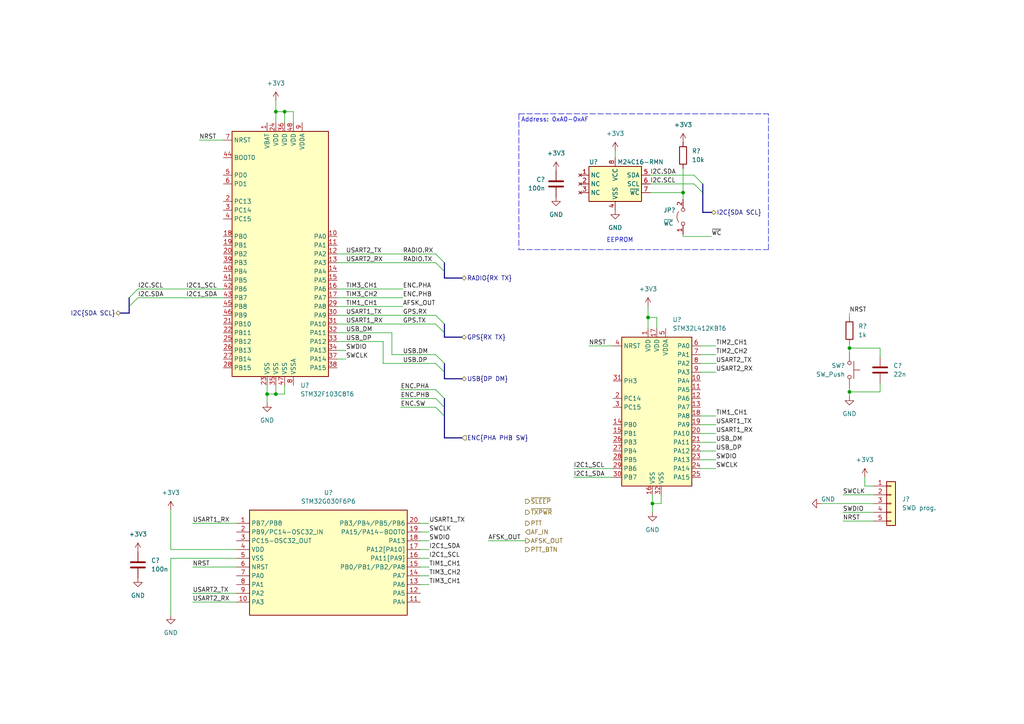
<source format=kicad_sch>
(kicad_sch (version 20211123) (generator eeschema)
  (paper "A4")
  (lib_symbols
    (symbol "Connector_Generic:Conn_01x05" (pin_names (offset 1.016) hide)
      (property "Reference" "J" (at 0 7.62 0))
      (property "Value" "Conn_01x05" (at 0 -7.62 0))
      (symbol "Conn_01x05_1_1"
        (rectangle (start -1.27 -4.953) (end 0 -5.207) (stroke (width 0.1524)))
        (rectangle (start -1.27 -2.413) (end 0 -2.667) (stroke (width 0.1524)))
        (rectangle (start -1.27 0.127) (end 0 -0.127) (stroke (width 0.1524)))
        (rectangle (start -1.27 2.667) (end 0 2.413) (stroke (width 0.1524)))
        (rectangle (start -1.27 5.207) (end 0 4.953) (stroke (width 0.1524)))
        (rectangle (start -1.27 6.35) (end 1.27 -6.35) (stroke (width 0.254)) (fill (type background)))
        (pin passive line (at -5.08 5.08 0) (length 3.81) (name "Pin_1") (number "1"))
        (pin passive line (at -5.08 2.54 0) (length 3.81) (name "Pin_2") (number "2"))
        (pin passive line (at -5.08 0 0) (length 3.81) (name "Pin_3") (number "3"))
        (pin passive line (at -5.08 -2.54 0) (length 3.81) (name "Pin_4") (number "4"))
        (pin passive line (at -5.08 -5.08 0) (length 3.81) (name "Pin_5") (number "5"))
      )
    )
    (symbol "Device:C" (pin_numbers hide) (pin_names (offset 0.254))
      (property "Reference" "C" (at 0.635 2.54 0))
      (property "Value" "C" (at 0.635 -2.54 0))
      (symbol "C_0_1"
        (polyline (pts (xy -2.032 -0.762) (xy 2.032 -0.762)) (stroke (width 0.508)))
        (polyline (pts (xy -2.032 0.762) (xy 2.032 0.762)) (stroke (width 0.508)))
      )
      (symbol "C_1_1"
        (pin passive line (at 0 3.81 270) (length 2.794) (name "~") (number "1"))
        (pin passive line (at 0 -3.81 90) (length 2.794) (name "~") (number "2"))
      )
    )
    (symbol "Device:R" (pin_numbers hide) (pin_names (offset 0))
      (property "Reference" "R" (at 2.032 0 90))
      (property "Value" "R" (at 0 0 90))
      (symbol "R_0_1"
        (rectangle (start -1.016 -2.54) (end 1.016 2.54) (stroke (width 0.254)))
      )
      (symbol "R_1_1"
        (pin passive line (at 0 3.81 270) (length 1.27) (name "~") (number "1"))
        (pin passive line (at 0 -3.81 90) (length 1.27) (name "~") (number "2"))
      )
    )
    (symbol "Jumper:Jumper_2_Open" (pin_names (offset 0) hide)
      (property "Reference" "JP" (at 0 2.794 0))
      (property "Value" "Jumper_2_Open" (at 0 -2.286 0))
      (symbol "Jumper_2_Open_0_0"
        (circle (center -2.032 0) (radius 0.508))
        (circle (center 2.032 0) (radius 0.508))
      )
      (symbol "Jumper_2_Open_0_1"
        (arc (start 1.524 1.27) (mid 0 1.778) (end -1.524 1.27))
      )
      (symbol "Jumper_2_Open_1_1"
        (pin passive line (at -5.08 0 0) (length 2.54) (name "A") (number "1"))
        (pin passive line (at 5.08 0 180) (length 2.54) (name "B") (number "2"))
      )
    )
    (symbol "MCU_ST_STM32F1:STM32F103C8Tx"
      (property "Reference" "U" (at -15.24 36.83 0))
      (property "Value" "STM32F103C8Tx" (at 7.62 36.83 0))
      (symbol "STM32F103C8Tx_0_1"
        (rectangle (start -15.24 -35.56) (end 12.7 35.56) (stroke (width 0.254)) (fill (type background)))
      )
      (symbol "STM32F103C8Tx_1_1"
        (pin power_in line (at -5.08 38.1 270) (length 2.54) (name "VBAT") (number "1"))
        (pin bidirectional line (at 15.24 5.08 180) (length 2.54) (name "PA0") (number "10"))
        (pin bidirectional line (at 15.24 2.54 180) (length 2.54) (name "PA1") (number "11"))
        (pin bidirectional line (at 15.24 0 180) (length 2.54) (name "PA2") (number "12"))
        (pin bidirectional line (at 15.24 -2.54 180) (length 2.54) (name "PA3") (number "13"))
        (pin bidirectional line (at 15.24 -5.08 180) (length 2.54) (name "PA4") (number "14"))
        (pin bidirectional line (at 15.24 -7.62 180) (length 2.54) (name "PA5") (number "15"))
        (pin bidirectional line (at 15.24 -10.16 180) (length 2.54) (name "PA6") (number "16"))
        (pin bidirectional line (at 15.24 -12.7 180) (length 2.54) (name "PA7") (number "17"))
        (pin bidirectional line (at -17.78 5.08 0) (length 2.54) (name "PB0") (number "18"))
        (pin bidirectional line (at -17.78 2.54 0) (length 2.54) (name "PB1") (number "19"))
        (pin bidirectional line (at -17.78 15.24 0) (length 2.54) (name "PC13") (number "2"))
        (pin bidirectional line (at -17.78 0 0) (length 2.54) (name "PB2") (number "20"))
        (pin bidirectional line (at -17.78 -20.32 0) (length 2.54) (name "PB10") (number "21"))
        (pin bidirectional line (at -17.78 -22.86 0) (length 2.54) (name "PB11") (number "22"))
        (pin power_in line (at -5.08 -38.1 90) (length 2.54) (name "VSS") (number "23"))
        (pin power_in line (at -2.54 38.1 270) (length 2.54) (name "VDD") (number "24"))
        (pin bidirectional line (at -17.78 -25.4 0) (length 2.54) (name "PB12") (number "25"))
        (pin bidirectional line (at -17.78 -27.94 0) (length 2.54) (name "PB13") (number "26"))
        (pin bidirectional line (at -17.78 -30.48 0) (length 2.54) (name "PB14") (number "27"))
        (pin bidirectional line (at -17.78 -33.02 0) (length 2.54) (name "PB15") (number "28"))
        (pin bidirectional line (at 15.24 -15.24 180) (length 2.54) (name "PA8") (number "29"))
        (pin bidirectional line (at -17.78 12.7 0) (length 2.54) (name "PC14") (number "3"))
        (pin bidirectional line (at 15.24 -17.78 180) (length 2.54) (name "PA9") (number "30"))
        (pin bidirectional line (at 15.24 -20.32 180) (length 2.54) (name "PA10") (number "31"))
        (pin bidirectional line (at 15.24 -22.86 180) (length 2.54) (name "PA11") (number "32"))
        (pin bidirectional line (at 15.24 -25.4 180) (length 2.54) (name "PA12") (number "33"))
        (pin bidirectional line (at 15.24 -27.94 180) (length 2.54) (name "PA13") (number "34"))
        (pin power_in line (at -2.54 -38.1 90) (length 2.54) (name "VSS") (number "35"))
        (pin power_in line (at 0 38.1 270) (length 2.54) (name "VDD") (number "36"))
        (pin bidirectional line (at 15.24 -30.48 180) (length 2.54) (name "PA14") (number "37"))
        (pin bidirectional line (at 15.24 -33.02 180) (length 2.54) (name "PA15") (number "38"))
        (pin bidirectional line (at -17.78 -2.54 0) (length 2.54) (name "PB3") (number "39"))
        (pin bidirectional line (at -17.78 10.16 0) (length 2.54) (name "PC15") (number "4"))
        (pin bidirectional line (at -17.78 -5.08 0) (length 2.54) (name "PB4") (number "40"))
        (pin bidirectional line (at -17.78 -7.62 0) (length 2.54) (name "PB5") (number "41"))
        (pin bidirectional line (at -17.78 -10.16 0) (length 2.54) (name "PB6") (number "42"))
        (pin bidirectional line (at -17.78 -12.7 0) (length 2.54) (name "PB7") (number "43"))
        (pin input line (at -17.78 27.94 0) (length 2.54) (name "BOOT0") (number "44"))
        (pin bidirectional line (at -17.78 -15.24 0) (length 2.54) (name "PB8") (number "45"))
        (pin bidirectional line (at -17.78 -17.78 0) (length 2.54) (name "PB9") (number "46"))
        (pin power_in line (at 0 -38.1 90) (length 2.54) (name "VSS") (number "47"))
        (pin power_in line (at 2.54 38.1 270) (length 2.54) (name "VDD") (number "48"))
        (pin input line (at -17.78 22.86 0) (length 2.54) (name "PD0") (number "5"))
        (pin input line (at -17.78 20.32 0) (length 2.54) (name "PD1") (number "6"))
        (pin input line (at -17.78 33.02 0) (length 2.54) (name "NRST") (number "7"))
        (pin power_in line (at 2.54 -38.1 90) (length 2.54) (name "VSSA") (number "8"))
        (pin power_in line (at 5.08 38.1 270) (length 2.54) (name "VDDA") (number "9"))
      )
    )
    (symbol "MCU_ST_STM32L4:STM32L431KCUx"
      (property "Reference" "U?" (at 4.5594 25.4 0))
      (property "Value" "STM32L412KBT6" (at 4.5594 22.86 0))
      (symbol "STM32L431KCUx_0_1"
        (rectangle (start -10.16 -22.86) (end 10.16 20.32) (stroke (width 0.254)) (fill (type background)))
      )
      (symbol "STM32L431KCUx_1_1"
        (pin power_in line (at -2.54 22.86 270) (length 2.54) (name "VDD") (number "1"))
        (pin bidirectional line (at 12.7 7.62 180) (length 2.54) (name "PA4") (number "10"))
        (pin bidirectional line (at 12.7 5.08 180) (length 2.54) (name "PA5") (number "11"))
        (pin bidirectional line (at 12.7 2.54 180) (length 2.54) (name "PA6") (number "12"))
        (pin bidirectional line (at 12.7 0 180) (length 2.54) (name "PA7") (number "13"))
        (pin bidirectional line (at -12.7 -5.08 0) (length 2.54) (name "PB0") (number "14"))
        (pin bidirectional line (at -12.7 -7.62 0) (length 2.54) (name "PB1") (number "15"))
        (pin power_in line (at -1.27 -25.4 90) (length 2.54) (name "VSS") (number "16"))
        (pin power_in line (at 0 22.86 270) (length 2.54) (name "VDD") (number "17"))
        (pin bidirectional line (at 12.7 -2.54 180) (length 2.54) (name "PA8") (number "18"))
        (pin bidirectional line (at 12.7 -5.08 180) (length 2.54) (name "PA9") (number "19"))
        (pin bidirectional line (at -12.7 2.54 0) (length 2.54) (name "PC14") (number "2"))
        (pin bidirectional line (at 12.7 -7.62 180) (length 2.54) (name "PA10") (number "20"))
        (pin bidirectional line (at 12.7 -10.16 180) (length 2.54) (name "PA11") (number "21"))
        (pin bidirectional line (at 12.7 -12.7 180) (length 2.54) (name "PA12") (number "22"))
        (pin bidirectional line (at 12.7 -15.24 180) (length 2.54) (name "PA13") (number "23"))
        (pin bidirectional line (at 12.7 -17.78 180) (length 2.54) (name "PA14") (number "24"))
        (pin bidirectional line (at 12.7 -20.32 180) (length 2.54) (name "PA15") (number "25"))
        (pin bidirectional line (at -12.7 -10.16 0) (length 2.54) (name "PB3") (number "26"))
        (pin bidirectional line (at -12.7 -12.7 0) (length 2.54) (name "PB4") (number "27"))
        (pin bidirectional line (at -12.7 -15.24 0) (length 2.54) (name "PB5") (number "28"))
        (pin bidirectional line (at -12.7 -17.78 0) (length 2.54) (name "PB6") (number "29"))
        (pin bidirectional line (at -12.7 0 0) (length 2.54) (name "PC15") (number "3"))
        (pin bidirectional line (at -12.7 -20.32 0) (length 2.54) (name "PB7") (number "30"))
        (pin bidirectional line (at -12.7 7.62 0) (length 2.54) (name "PH3") (number "31"))
        (pin power_in line (at 1.27 -25.4 90) (length 2.54) (name "VSS") (number "32"))
        (pin input line (at -12.7 17.78 0) (length 2.54) (name "NRST") (number "4"))
        (pin power_in line (at 2.54 22.86 270) (length 2.54) (name "VDDA") (number "5"))
        (pin bidirectional line (at 12.7 17.78 180) (length 2.54) (name "PA0") (number "6"))
        (pin bidirectional line (at 12.7 15.24 180) (length 2.54) (name "PA1") (number "7"))
        (pin bidirectional line (at 12.7 12.7 180) (length 2.54) (name "PA2") (number "8"))
        (pin bidirectional line (at 12.7 10.16 180) (length 2.54) (name "PA3") (number "9"))
      )
    )
    (symbol "Memory_EEPROM:M24C02-RMN"
      (property "Reference" "U?" (at 2.0194 10.16 0))
      (property "Value" "M24C16-RMN" (at 2.0194 7.62 0))
      (symbol "M24C02-RMN_0_1"
        (rectangle (start -7.62 5.08) (end 7.62 -5.08) (stroke (width 0.254)) (fill (type background)))
      )
      (symbol "M24C02-RMN_1_1"
        (pin no_connect line (at -10.16 2.54 0) (length 2.54) (name "NC") (number "1"))
        (pin no_connect line (at -10.16 0 0) (length 2.54) (name "NC") (number "2"))
        (pin no_connect line (at -10.16 -2.54 0) (length 2.54) (name "NC") (number "3"))
        (pin power_in line (at 0 -7.62 90) (length 2.54) (name "VSS") (number "4"))
        (pin bidirectional line (at 10.16 2.54 180) (length 2.54) (name "SDA") (number "5"))
        (pin input line (at 10.16 0 180) (length 2.54) (name "SCL") (number "6"))
        (pin input line (at 10.16 -2.54 180) (length 2.54) (name "~{WC}") (number "7"))
        (pin power_in line (at 0 7.62 270) (length 2.54) (name "VCC") (number "8"))
      )
    )
    (symbol "STM32G030:STM32G030F6P6"
      (property "Reference" "U" (at -21.59 16.51 0))
      (property "Value" "STM32G030F6P6" (at 7.62 16.51 0))
      (symbol "STM32G030F6P6_0_1"
        (rectangle (start -22.86 15.24) (end 22.86 -15.24) (stroke (width 0.254)) (fill (type background)))
      )
      (symbol "STM32G030F6P6_1_1"
        (pin bidirectional line (at -26.67 11.43 0) (length 3.81) (name "PB7/PB8") (number "1"))
        (pin bidirectional line (at -26.67 -11.43 0) (length 3.81) (name "PA3") (number "10"))
        (pin bidirectional line (at 26.67 -11.43 180) (length 3.81) (name "PA4") (number "11"))
        (pin bidirectional line (at 26.67 -8.89 180) (length 3.81) (name "PA5") (number "12"))
        (pin bidirectional line (at 26.67 -6.35 180) (length 3.81) (name "PA6") (number "13"))
        (pin bidirectional line (at 26.67 -3.81 180) (length 3.81) (name "PA7") (number "14"))
        (pin bidirectional line (at 26.67 -1.27 180) (length 3.81) (name "PB0/PB1/PB2/PA8") (number "15"))
        (pin bidirectional line (at 26.67 1.27 180) (length 3.81) (name "PA11[PA9]") (number "16"))
        (pin bidirectional line (at 26.67 3.81 180) (length 3.81) (name "PA12[PA10]") (number "17"))
        (pin bidirectional line (at 26.67 6.35 180) (length 3.81) (name "PA13") (number "18"))
        (pin bidirectional line (at 26.67 8.89 180) (length 3.81) (name "PA15/PA14-BOOT0") (number "19"))
        (pin bidirectional line (at -26.67 8.89 0) (length 3.81) (name "PB9/PC14-OSC32_IN") (number "2"))
        (pin bidirectional line (at 26.67 11.43 180) (length 3.81) (name "PB3/PB4/PB5/PB6") (number "20"))
        (pin bidirectional line (at -26.67 6.35 0) (length 3.81) (name "PC15-OSC32_OUT") (number "3"))
        (pin power_in line (at -26.67 3.81 0) (length 3.81) (name "VDD") (number "4"))
        (pin power_in line (at -26.67 1.27 0) (length 3.81) (name "VSS") (number "5"))
        (pin bidirectional line (at -26.67 -1.27 0) (length 3.81) (name "NRST") (number "6"))
        (pin bidirectional line (at -26.67 -3.81 0) (length 3.81) (name "PA0") (number "7"))
        (pin bidirectional line (at -26.67 -6.35 0) (length 3.81) (name "PA1") (number "8"))
        (pin bidirectional line (at -26.67 -8.89 0) (length 3.81) (name "PA2") (number "9"))
      )
    )
    (symbol "Switch:SW_Push" (pin_numbers hide) (pin_names (offset 1.016) hide)
      (property "Reference" "SW" (at 1.27 2.54 0))
      (property "Value" "SW_Push" (at 0 -1.524 0))
      (symbol "SW_Push_0_1"
        (circle (center -2.032 0) (radius 0.508))
        (polyline (pts (xy 0 1.27) (xy 0 3.048)))
        (polyline (pts (xy 2.54 1.27) (xy -2.54 1.27)))
        (circle (center 2.032 0) (radius 0.508))
        (pin passive line (at -5.08 0 0) (length 2.54) (name "1") (number "1"))
        (pin passive line (at 5.08 0 180) (length 2.54) (name "2") (number "2"))
      )
    )
    (symbol "power:+3V3" (power) (pin_names (offset 0))
      (property "Value" "+3V3" (at 0 3.556 0))
      (symbol "+3V3_0_1"
        (polyline (pts (xy -0.762 1.27) (xy 0 2.54)))
        (polyline (pts (xy 0 0) (xy 0 2.54)))
        (polyline (pts (xy 0 2.54) (xy 0.762 1.27)))
      )
      (symbol "+3V3_1_1"
        (pin power_in line (at 0 0 90) (length 0) hide (name "+3V3") (number "1"))
      )
    )
    (symbol "power:GND" (power) (pin_names (offset 0))
      (property "Value" "GND" (at 0 -3.81 0))
      (symbol "GND_0_1"
        (polyline (pts (xy 0 0) (xy 0 -1.27) (xy 1.27 -1.27) (xy 0 -2.54) (xy -1.27 -1.27) (xy 0 -1.27)))
      )
      (symbol "GND_1_1"
        (pin power_in line (at 0 0 270) (length 0) hide (name "GND") (number "1"))
      )
    )
  )
  (junction (at 198.12 55.88))
  (junction (at 80.01 32.385))
  (junction (at 189.23 146.05))
  (junction (at 77.47 114.3))
  (junction (at 246.38 100.965))
  (junction (at 80.01 114.3))
  (junction (at 187.96 92.075))
  (junction (at 82.55 32.385))
  (junction (at 246.38 113.665))
  (bus_entry (at 128.905 76.2) (size -2.54 -2.54))
  (bus_entry (at 37.465 88.9) (size 2.54 -2.54))
  (bus_entry (at 128.905 107.95) (size -2.54 -2.54))
  (bus_entry (at 37.465 86.36) (size 2.54 -2.54))
  (bus_entry (at 203.835 53.34) (size -2.54 -2.54))
  (bus_entry (at 128.905 115.57) (size -2.54 -2.54))
  (bus_entry (at 128.905 78.74) (size -2.54 -2.54))
  (bus_entry (at 128.905 118.11) (size -2.54 -2.54))
  (bus_entry (at 128.905 120.65) (size -2.54 -2.54))
  (bus_entry (at 203.835 55.88) (size -2.54 -2.54))
  (bus_entry (at 126.365 91.44) (size 2.54 2.54))
  (bus_entry (at 126.365 93.98) (size 2.54 2.54))
  (bus_entry (at 128.905 105.41) (size -2.54 -2.54))
  (wire (pts (xy 97.79 73.66) (xy 126.365 73.66)))
  (bus (pts (xy 128.905 109.855) (xy 133.985 109.855)))
  (bus (pts (xy 128.905 115.57) (xy 128.905 118.11)))
  (bus (pts (xy 128.905 93.98) (xy 128.905 96.52)))
  (wire (pts (xy 188.595 50.8) (xy 201.295 50.8)))
  (wire (pts (xy 97.79 99.06) (xy 111.125 99.06)))
  (wire (pts (xy 250.825 140.97) (xy 250.825 138.43)))
  (bus (pts (xy 37.465 88.9) (xy 37.465 90.805)))
  (wire (pts (xy 100.33 101.6) (xy 97.79 101.6)))
  (bus (pts (xy 128.905 118.11) (xy 128.905 120.65)))
  (polyline (pts (xy 222.885 72.39) (xy 222.885 33.02)))
  (wire (pts (xy 189.23 146.05) (xy 189.23 148.59)))
  (wire (pts (xy 55.88 172.085) (xy 68.58 172.085)))
  (wire (pts (xy 170.815 100.33) (xy 177.8 100.33)))
  (wire (pts (xy 111.125 105.41) (xy 126.365 105.41)))
  (wire (pts (xy 203.2 107.95) (xy 207.645 107.95)))
  (polyline (pts (xy 150.495 33.02) (xy 222.885 33.02)))
  (wire (pts (xy 111.125 99.06) (xy 111.125 105.41)))
  (wire (pts (xy 121.92 169.545) (xy 124.46 169.545)))
  (wire (pts (xy 55.88 174.625) (xy 68.58 174.625)))
  (wire (pts (xy 188.595 53.34) (xy 201.295 53.34)))
  (wire (pts (xy 253.365 140.97) (xy 250.825 140.97)))
  (wire (pts (xy 191.77 143.51) (xy 191.77 146.05)))
  (wire (pts (xy 188.595 55.88) (xy 198.12 55.88)))
  (wire (pts (xy 121.92 164.465) (xy 124.46 164.465)))
  (wire (pts (xy 77.47 111.76) (xy 77.47 114.3)))
  (wire (pts (xy 82.55 111.76) (xy 82.55 114.3)))
  (wire (pts (xy 82.55 114.3) (xy 80.01 114.3)))
  (wire (pts (xy 246.38 99.695) (xy 246.38 100.965)))
  (wire (pts (xy 80.01 111.76) (xy 80.01 114.3)))
  (wire (pts (xy 121.92 159.385) (xy 124.46 159.385)))
  (wire (pts (xy 246.38 113.665) (xy 255.27 113.665)))
  (wire (pts (xy 198.12 48.895) (xy 198.12 55.88)))
  (wire (pts (xy 77.47 114.3) (xy 80.01 114.3)))
  (bus (pts (xy 128.905 120.65) (xy 128.905 127)))
  (wire (pts (xy 166.37 138.43) (xy 177.8 138.43)))
  (wire (pts (xy 207.645 123.19) (xy 203.2 123.19)))
  (wire (pts (xy 141.605 156.845) (xy 152.4 156.845)))
  (wire (pts (xy 82.55 35.56) (xy 82.55 32.385)))
  (bus (pts (xy 128.905 78.74) (xy 128.905 80.645)))
  (bus (pts (xy 128.905 97.79) (xy 133.985 97.79)))
  (wire (pts (xy 255.27 103.505) (xy 255.27 100.965)))
  (wire (pts (xy 203.2 133.35) (xy 207.645 133.35)))
  (wire (pts (xy 82.55 32.385) (xy 80.01 32.385)))
  (wire (pts (xy 198.12 55.88) (xy 198.12 57.785)))
  (wire (pts (xy 121.92 156.845) (xy 124.46 156.845)))
  (wire (pts (xy 203.2 102.87) (xy 207.645 102.87)))
  (polyline (pts (xy 150.495 33.02) (xy 150.495 72.39)))
  (wire (pts (xy 187.96 92.075) (xy 187.96 95.25)))
  (wire (pts (xy 190.5 92.075) (xy 187.96 92.075)))
  (wire (pts (xy 113.665 102.87) (xy 113.665 96.52)))
  (wire (pts (xy 203.2 120.65) (xy 207.645 120.65)))
  (bus (pts (xy 128.905 107.95) (xy 128.905 105.41)))
  (wire (pts (xy 246.38 100.965) (xy 246.38 102.235)))
  (wire (pts (xy 116.205 115.57) (xy 126.365 115.57)))
  (wire (pts (xy 246.38 113.665) (xy 246.38 112.395)))
  (wire (pts (xy 203.2 135.89) (xy 207.645 135.89)))
  (wire (pts (xy 80.01 32.385) (xy 80.01 35.56)))
  (wire (pts (xy 116.205 118.11) (xy 126.365 118.11)))
  (wire (pts (xy 97.79 83.82) (xy 116.84 83.82)))
  (wire (pts (xy 244.475 148.59) (xy 253.365 148.59)))
  (wire (pts (xy 77.47 114.3) (xy 77.47 116.84)))
  (wire (pts (xy 100.33 104.14) (xy 97.79 104.14)))
  (bus (pts (xy 128.905 80.645) (xy 133.985 80.645)))
  (wire (pts (xy 198.12 68.58) (xy 206.375 68.58)))
  (wire (pts (xy 40.005 83.82) (xy 64.77 83.82)))
  (bus (pts (xy 206.375 61.595) (xy 203.835 61.595)))
  (wire (pts (xy 97.79 88.9) (xy 116.84 88.9)))
  (wire (pts (xy 113.665 102.87) (xy 126.365 102.87)))
  (wire (pts (xy 207.645 130.81) (xy 203.2 130.81)))
  (wire (pts (xy 57.785 40.64) (xy 64.77 40.64)))
  (wire (pts (xy 255.27 111.125) (xy 255.27 113.665)))
  (wire (pts (xy 244.475 151.13) (xy 253.365 151.13)))
  (bus (pts (xy 128.905 127) (xy 133.985 127)))
  (bus (pts (xy 203.835 55.88) (xy 203.835 61.595)))
  (wire (pts (xy 187.96 88.9) (xy 187.96 92.075)))
  (wire (pts (xy 124.46 151.765) (xy 121.92 151.765)))
  (wire (pts (xy 55.88 151.765) (xy 68.58 151.765)))
  (wire (pts (xy 203.2 100.33) (xy 207.645 100.33)))
  (wire (pts (xy 49.53 178.435) (xy 49.53 161.925)))
  (wire (pts (xy 178.435 43.815) (xy 178.435 45.72)))
  (wire (pts (xy 246.38 114.935) (xy 246.38 113.665)))
  (wire (pts (xy 116.205 113.03) (xy 126.365 113.03)))
  (wire (pts (xy 85.09 35.56) (xy 85.09 32.385)))
  (wire (pts (xy 97.79 76.2) (xy 126.365 76.2)))
  (wire (pts (xy 97.79 93.98) (xy 126.365 93.98)))
  (wire (pts (xy 97.79 86.36) (xy 116.84 86.36)))
  (wire (pts (xy 97.79 96.52) (xy 113.665 96.52)))
  (wire (pts (xy 189.23 143.51) (xy 189.23 146.05)))
  (wire (pts (xy 124.46 161.925) (xy 121.92 161.925)))
  (wire (pts (xy 49.53 147.955) (xy 49.53 159.385)))
  (wire (pts (xy 238.125 146.05) (xy 253.365 146.05)))
  (wire (pts (xy 55.88 164.465) (xy 68.58 164.465)))
  (wire (pts (xy 80.01 29.21) (xy 80.01 32.385)))
  (wire (pts (xy 82.55 32.385) (xy 85.09 32.385)))
  (wire (pts (xy 246.38 100.965) (xy 255.27 100.965)))
  (wire (pts (xy 40.005 86.36) (xy 64.77 86.36)))
  (wire (pts (xy 49.53 159.385) (xy 68.58 159.385)))
  (bus (pts (xy 128.905 78.74) (xy 128.905 76.2)))
  (wire (pts (xy 189.23 146.05) (xy 191.77 146.05)))
  (wire (pts (xy 49.53 161.925) (xy 68.58 161.925)))
  (wire (pts (xy 203.2 128.27) (xy 207.645 128.27)))
  (bus (pts (xy 128.905 107.95) (xy 128.905 109.855)))
  (polyline (pts (xy 150.495 72.39) (xy 222.885 72.39)))
  (bus (pts (xy 34.925 90.805) (xy 37.465 90.805)))
  (wire (pts (xy 207.645 105.41) (xy 203.2 105.41)))
  (wire (pts (xy 246.38 90.805) (xy 246.38 92.075)))
  (wire (pts (xy 166.37 135.89) (xy 177.8 135.89)))
  (bus (pts (xy 128.905 96.52) (xy 128.905 97.79)))
  (wire (pts (xy 121.92 167.005) (xy 124.46 167.005)))
  (wire (pts (xy 203.2 125.73) (xy 207.645 125.73)))
  (wire (pts (xy 244.475 143.51) (xy 253.365 143.51)))
  (wire (pts (xy 190.5 95.25) (xy 190.5 92.075)))
  (wire (pts (xy 97.79 91.44) (xy 126.365 91.44)))
  (bus (pts (xy 203.835 53.34) (xy 203.835 55.88)))
  (bus (pts (xy 37.465 86.36) (xy 37.465 88.9)))
  (wire (pts (xy 121.92 154.305) (xy 124.46 154.305)))
  (wire (pts (xy 198.12 68.58) (xy 198.12 67.945)))
  (text "Address: 0xA0-0xAF" (at 151.13 35.56 0) (effects (font (size 1.27 1.27)) (justify left bottom)))
  (text "EEPROM" (at 175.895 70.485 0) (effects (font (size 1.27 1.27)) (justify left bottom)))
  (label "TIM1_CH1" (at 207.645 120.65 0))
  (label "USART1_TX" (at 207.645 123.19 0))
  (label "USB_DM" (at 100.33 96.52 0))
  (label "TIM2_CH2" (at 207.645 102.87 0))
  (label "I2C.SCL" (at 188.595 53.34 0))
  (label "I2C.SDA" (at 40.005 86.36 0))
  (label "I2C1_SCL" (at 53.975 83.82 0))
  (label "NRST" (at 170.815 100.33 0))
  (label "USART2_RX" (at 55.88 174.625 0))
  (label "I2C1_SCL" (at 124.46 161.925 0))
  (label "I2C.SCL" (at 40.005 83.82 0))
  (label "~{WC}" (at 206.375 68.58 0))
  (label "RADIO.TX" (at 116.84 76.2 0))
  (label "NRST" (at 244.475 151.13 0))
  (label "RADIO.RX" (at 116.84 73.66 0))
  (label "USART1_RX" (at 100.33 93.98 0))
  (label "USB.DP" (at 116.84 105.41 0))
  (label "USB_DP" (at 100.33 99.06 0))
  (label "NRST" (at 57.785 40.64 0))
  (label "USART1_TX" (at 124.46 151.765 0))
  (label "SWDIO" (at 100.33 101.6 0))
  (label "I2C.SDA" (at 188.595 50.8 0))
  (label "NRST" (at 246.38 90.805 0))
  (label "I2C1_SDA" (at 53.975 86.36 0))
  (label "SWCLK" (at 207.645 135.89 0))
  (label "TIM3_CH1" (at 124.46 169.545 0))
  (label "USB_DM" (at 207.645 128.27 0))
  (label "USB_DP" (at 207.645 130.81 0))
  (label "USART2_TX" (at 207.645 105.41 0))
  (label "SWCLK" (at 244.475 143.51 0))
  (label "AFSK_OUT" (at 141.605 156.845 0))
  (label "AFSK_OUT" (at 116.84 88.9 0))
  (label "USART2_TX" (at 100.33 73.66 0))
  (label "TIM2_CH1" (at 207.645 100.33 0))
  (label "USART2_RX" (at 207.645 107.95 0))
  (label "USB.DM" (at 116.84 102.87 0))
  (label "TIM3_CH2" (at 124.46 167.005 0))
  (label "I2C1_SCL" (at 166.37 135.89 0))
  (label "TIM3_CH2" (at 100.33 86.36 0))
  (label "USART1_RX" (at 207.645 125.73 0))
  (label "I2C1_SDA" (at 166.37 138.43 0))
  (label "TIM1_CH1" (at 100.33 88.9 0))
  (label "ENC.PHB" (at 116.205 115.57 0))
  (label "USART1_RX" (at 55.88 151.765 0))
  (label "ENC.PHA" (at 116.205 113.03 0))
  (label "GPS.TX" (at 116.84 93.98 0))
  (label "GPS.RX" (at 116.84 91.44 0))
  (label "TIM3_CH1" (at 100.33 83.82 0))
  (label "ENC.PHA" (at 116.84 83.82 0))
  (label "I2C1_SDA" (at 124.46 159.385 0))
  (label "SWDIO" (at 207.645 133.35 0))
  (label "TIM1_CH1" (at 124.46 164.465 0))
  (label "USART2_TX" (at 55.88 172.085 0))
  (label "SWDIO" (at 124.46 156.845 0))
  (label "USART2_RX" (at 100.33 76.2 0))
  (label "ENC.PHB" (at 116.84 86.36 0))
  (label "SWCLK" (at 124.46 154.305 0))
  (label "USART1_TX" (at 100.33 91.44 0))
  (label "ENC.SW" (at 116.205 118.11 0))
  (label "SWDIO" (at 244.475 148.59 0))
  (label "SWCLK" (at 100.33 104.14 0))
  (label "NRST" (at 55.88 164.465 0))
  (hierarchical_label "I2C{SDA SCL}" (shape bidirectional) (at 34.925 90.805 180))
  (hierarchical_label "PTT_BTN" (shape output) (at 152.4 159.385 0))
  (hierarchical_label "~{SLEEP}" (shape output) (at 152.4 145.415 0))
  (hierarchical_label "RADIO{RX TX}" (shape bidirectional) (at 133.985 80.645 0))
  (hierarchical_label "AF_IN" (shape input) (at 152.4 154.305 0))
  (hierarchical_label "PTT" (shape output) (at 152.4 151.765 0))
  (hierarchical_label "GPS{RX TX}" (shape bidirectional) (at 133.985 97.79 0))
  (hierarchical_label "USB{DP DM}" (shape bidirectional) (at 133.985 109.855 0))
  (hierarchical_label "AFSK_OUT" (shape output) (at 152.4 156.845 0))
  (hierarchical_label "ENC{PHA PHB SW}" (shape input) (at 133.985 127 0))
  (hierarchical_label "~{TXPWR}" (shape output) (at 152.4 148.59 0))
  (hierarchical_label "I2C{SDA SCL}" (shape bidirectional) (at 206.375 61.595 0))
  (symbol (lib_id "power:+3V3") (at 187.96 88.9 0) (unit 1)
    (property "Reference" "#PWR0158" (effects hide))
    (property "Value" "+3V3" (at 187.96 83.82 0))
  )
  (symbol (lib_id "Jumper:Jumper_2_Open") (at 198.12 62.865 90) (unit 1)
    (property "Reference" "JP?" (at 192.405 60.96 90) (effects (justify right)))
    (property "Value" "~{WC}" (at 192.405 64.77 90) (effects (justify right)))
  )
  (symbol (lib_id "STM32G030:STM32G030F6P6") (at 95.25 163.195 0) (unit 1)
    (property "Reference" "U?" (at 95.25 142.875 0))
    (property "Value" "STM32G030F6P6" (at 95.25 145.415 0))
    (property "Footprint" "Package_SO:TSSOP-20_4.4x6.5mm_P0.65mm" (effects hide))
    (property "Datasheet" "https://www.st.com/resource/en/datasheet/stm32g030k8.pdf" (effects hide))
  )
  (symbol (lib_id "Device:C") (at 255.27 107.315 0) (unit 1)
    (property "Reference" "C?" (at 259.08 106.0449 0) (effects (justify left)))
    (property "Value" "22n" (at 259.08 108.5849 0) (effects (justify left)))
  )
  (symbol (lib_id "power:+3V3") (at 198.12 41.275 0) (unit 1)
    (property "Reference" "#PWR0107" (effects hide))
    (property "Value" "+3V3" (at 198.12 36.195 0))
  )
  (symbol (lib_id "power:+3V3") (at 178.435 43.815 0) (unit 1)
    (property "Reference" "#PWR0105" (effects hide))
    (property "Value" "+3V3" (at 178.435 38.735 0))
  )
  (symbol (lib_id "power:GND") (at 238.125 146.05 270) (unit 1)
    (property "Reference" "#PWR0110" (effects hide))
    (property "Value" "GND" (at 238.125 144.78 90) (effects (justify left)))
  )
  (symbol (lib_id "MCU_ST_STM32F1:STM32F103C8Tx") (at 82.55 73.66 0) (unit 1)
    (property "Reference" "U?" (at 87.1094 111.76 0) (effects (justify left)))
    (property "Value" "STM32F103C8T6" (at 87.1094 114.3 0) (effects (justify left)))
    (property "Footprint" "Package_QFP:LQFP-48_7x7mm_P0.5mm" (effects hide))
    (property "Datasheet" "http://www.st.com/st-web-ui/static/active/en/resource/technical/document/datasheet/CD00161566.pdf" (effects hide))
  )
  (symbol (lib_id "Memory_EEPROM:M24C02-RMN") (at 178.435 53.34 0) (unit 1)
    (property "Reference" "U?" (at 170.815 46.99 0) (effects (justify left)))
    (property "Value" "M24C16-RMN" (at 179.07 46.99 0) (effects (justify left)))
    (property "Footprint" "Package_SO:SOIC-8_3.9x4.9mm_P1.27mm" (effects hide))
    (property "Datasheet" "http://www.st.com/content/ccc/resource/technical/document/datasheet/b0/d8/50/40/5a/85/49/6f/DM00071904.pdf/files/DM00071904.pdf/jcr:content/translations/en.DM00071904.pdf" (effects hide))
  )
  (symbol (lib_id "Device:R") (at 246.38 95.885 0) (unit 1)
    (property "Reference" "R?" (at 248.92 94.6149 0) (effects (justify left)))
    (property "Value" "1k" (at 248.92 97.1549 0) (effects (justify left)))
  )
  (symbol (lib_id "Device:C") (at 161.29 53.34 0) (mirror x) (unit 1)
    (property "Reference" "C?" (at 158.115 52.0699 0) (effects (justify right)))
    (property "Value" "100n" (at 158.115 54.6099 0) (effects (justify right)))
  )
  (symbol (lib_id "power:GND") (at 40.005 167.64 0) (unit 1)
    (property "Reference" "#PWR0114" (effects hide))
    (property "Value" "GND" (at 40.005 172.72 0))
  )
  (symbol (lib_id "power:GND") (at 246.38 114.935 0) (unit 1)
    (property "Reference" "#PWR0108" (effects hide))
    (property "Value" "GND" (at 246.38 120.015 0))
  )
  (symbol (lib_id "Switch:SW_Push") (at 246.38 107.315 270) (mirror x) (unit 1)
    (property "Reference" "SW?" (at 245.11 106.0449 90) (effects (justify right)))
    (property "Value" "SW_Push" (at 245.11 108.5849 90) (effects (justify right)))
  )
  (symbol (lib_id "Device:R") (at 198.12 45.085 0) (unit 1)
    (property "Reference" "R?" (at 200.66 43.8149 0) (effects (justify left)))
    (property "Value" "10k" (at 200.66 46.3549 0) (effects (justify left)))
  )
  (symbol (lib_id "power:GND") (at 49.53 178.435 0) (unit 1)
    (property "Reference" "#PWR0112" (effects hide))
    (property "Value" "GND" (at 49.53 183.515 0))
  )
  (symbol (lib_id "MCU_ST_STM32L4:STM32L431KCUx") (at 190.5 118.11 0) (unit 1)
    (property "Reference" "U?" (at 195.0594 92.71 0) (effects (justify left)))
    (property "Value" "STM32L412KBT6" (at 195.0594 95.25 0) (effects (justify left)))
    (property "Footprint" "Package_QFP:LQFP-32_7x7mm_P0.8mm" (effects hide))
    (property "Datasheet" "http://www.st.com/st-web-ui/static/active/en/resource/technical/document/datasheet/DM00257211.pdf" (effects hide))
  )
  (symbol (lib_id "power:+3V3") (at 40.005 160.02 0) (unit 1)
    (property "Reference" "#PWR0113" (effects hide))
    (property "Value" "+3V3" (at 40.005 154.94 0))
  )
  (symbol (lib_id "Device:C") (at 40.005 163.83 0) (unit 1)
    (property "Reference" "C?" (at 43.815 162.5599 0) (effects (justify left)))
    (property "Value" "100n" (at 43.815 165.0999 0) (effects (justify left)))
  )
  (symbol (lib_id "Connector_Generic:Conn_01x05") (at 258.445 146.05 0) (unit 1)
    (property "Reference" "J?" (at 261.62 144.7799 0) (effects (justify left)))
    (property "Value" "SWD prog." (at 261.62 147.3199 0) (effects (justify left)))
  )
  (symbol (lib_id "power:+3V3") (at 80.01 29.21 0) (unit 1)
    (property "Reference" "#PWR0157" (effects hide))
    (property "Value" "+3V3" (at 80.01 24.13 0))
  )
  (symbol (lib_id "power:+3V3") (at 250.825 138.43 0) (unit 1)
    (property "Reference" "#PWR0109" (effects hide))
    (property "Value" "+3V3" (at 250.825 133.35 0))
  )
  (symbol (lib_id "power:GND") (at 189.23 148.59 0) (unit 1)
    (property "Reference" "#PWR0159" (effects hide))
    (property "Value" "GND" (at 189.23 153.67 0))
  )
  (symbol (lib_id "power:+3V3") (at 161.29 49.53 0) (unit 1)
    (property "Reference" "#PWR0103" (effects hide))
    (property "Value" "+3V3" (at 161.29 44.45 0))
  )
  (symbol (lib_id "power:GND") (at 77.47 116.84 0) (unit 1)
    (property "Reference" "#PWR0124" (effects hide))
    (property "Value" "GND" (at 77.47 121.92 0))
  )
  (symbol (lib_id "power:GND") (at 178.435 60.96 0) (unit 1)
    (property "Reference" "#PWR0104" (effects hide))
    (property "Value" "GND" (at 178.435 66.04 0))
  )
  (symbol (lib_id "power:GND") (at 161.29 57.15 0) (unit 1)
    (property "Reference" "#PWR0106" (effects hide))
    (property "Value" "GND" (at 161.29 62.23 0))
  )
  (symbol (lib_id "power:+3V3") (at 49.53 147.955 0) (unit 1)
    (property "Reference" "#PWR0111" (effects hide))
    (property "Value" "+3V3" (at 49.53 142.875 0))
  )
)
</source>
